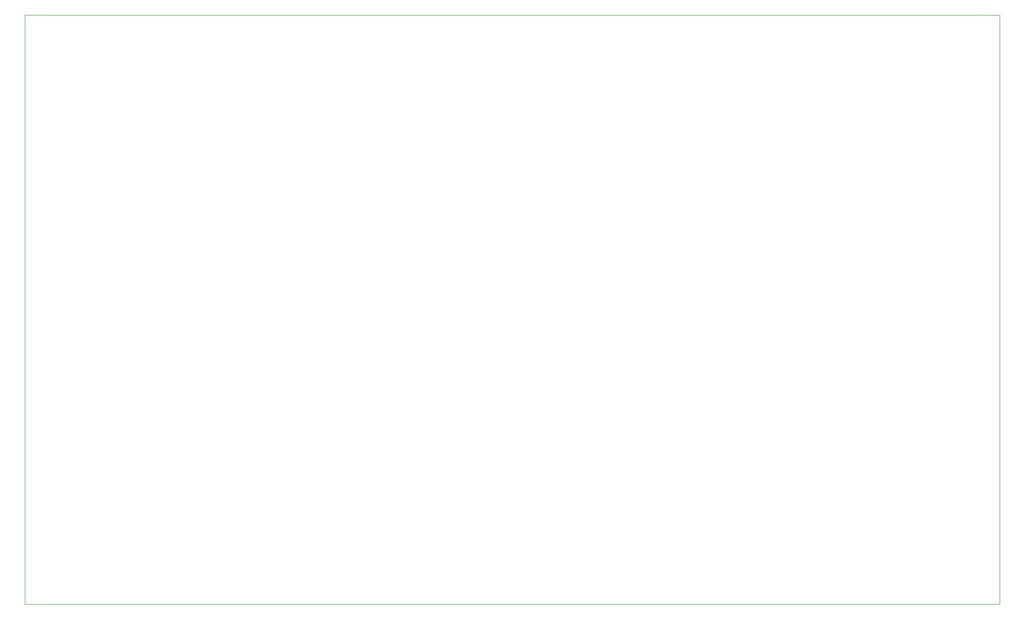
<source format=gbr>
%TF.GenerationSoftware,KiCad,Pcbnew,(6.0.1)*%
%TF.CreationDate,2022-11-01T11:59:45+11:00*%
%TF.ProjectId,IS250 Interface Board,49533235-3020-4496-9e74-657266616365,rev?*%
%TF.SameCoordinates,Original*%
%TF.FileFunction,Profile,NP*%
%FSLAX46Y46*%
G04 Gerber Fmt 4.6, Leading zero omitted, Abs format (unit mm)*
G04 Created by KiCad (PCBNEW (6.0.1)) date 2022-11-01 11:59:45*
%MOMM*%
%LPD*%
G01*
G04 APERTURE LIST*
%TA.AperFunction,Profile*%
%ADD10C,0.100000*%
%TD*%
G04 APERTURE END LIST*
D10*
X65000000Y-40640000D02*
X241300000Y-40640000D01*
X241300000Y-40640000D02*
X241300000Y-147320000D01*
X241300000Y-147320000D02*
X65000000Y-147320000D01*
X65000000Y-147320000D02*
X65000000Y-40640000D01*
M02*

</source>
